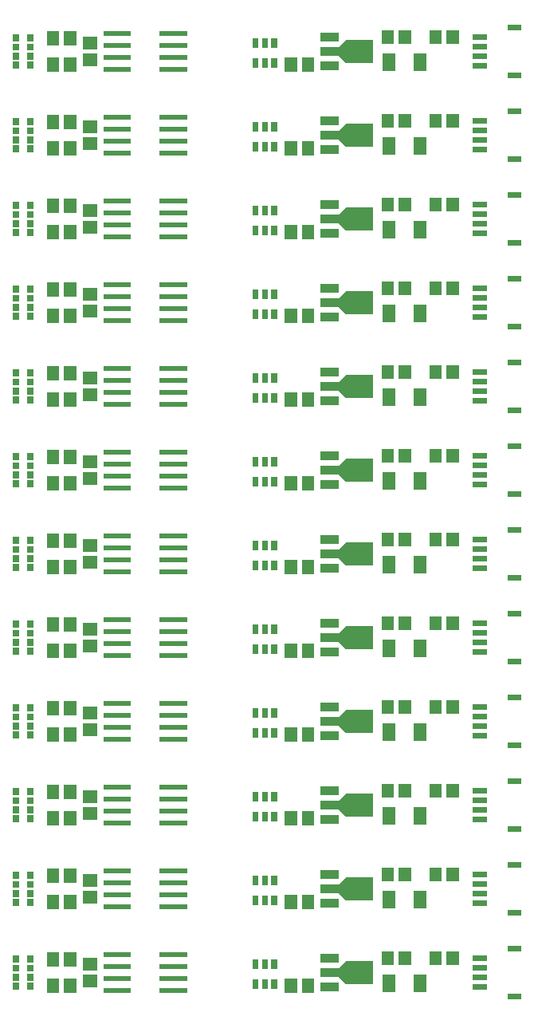
<source format=gbr>
G04 start of page 11 for group -4015 idx -4015 *
G04 Title: (unknown), toppaste *
G04 Creator: pcb 4.0.2 *
G04 CreationDate: Thu Feb  9 20:54:58 2023 UTC *
G04 For: petersen *
G04 Format: Gerber/RS-274X *
G04 PCB-Dimensions (mil): 3000.00 5500.00 *
G04 PCB-Coordinate-Origin: lower left *
%MOIN*%
%FSLAX25Y25*%
%LNTOPPASTE*%
%ADD52C,0.0001*%
G54D52*G36*
X228750Y466750D02*X223250D01*
Y459250D01*
X228750D01*
Y466750D01*
G37*
G36*
X215750D02*X210250D01*
Y459250D01*
X215750D01*
Y466750D01*
G37*
G36*
X85048Y466516D02*Y461398D01*
X90952D01*
Y466516D01*
X85048D01*
G37*
G36*
Y473602D02*Y468484D01*
X90952D01*
Y473602D01*
X85048D01*
G37*
G36*
X75016Y464952D02*X69898D01*
Y459048D01*
X75016D01*
Y464952D01*
G37*
G36*
X82102D02*X76984D01*
Y459048D01*
X82102D01*
Y464952D01*
G37*
G36*
X75016Y475952D02*X69898D01*
Y470048D01*
X75016D01*
Y475952D01*
G37*
G36*
X82102D02*X76984D01*
Y470048D01*
X82102D01*
Y475952D01*
G37*
G36*
X247949Y462775D02*Y460413D01*
X254051D01*
Y462775D01*
X247949D01*
G37*
G36*
Y466712D02*Y464350D01*
X254051D01*
Y466712D01*
X247949D01*
G37*
G36*
Y470650D02*Y468288D01*
X254051D01*
Y470650D01*
X247949D01*
G37*
G36*
Y474587D02*Y472225D01*
X254051D01*
Y474587D01*
X247949D01*
G37*
G36*
X262742Y458711D02*Y456211D01*
X268392D01*
Y458711D01*
X262742D01*
G37*
G36*
Y478789D02*Y476289D01*
X268392D01*
Y478789D01*
X262742D01*
G37*
G36*
X166100Y473000D02*X163700D01*
Y469000D01*
X166100D01*
Y473000D01*
G37*
G36*
X162200D02*X159800D01*
Y469000D01*
X162200D01*
Y473000D01*
G37*
G36*
X158300D02*X155900D01*
Y469000D01*
X158300D01*
Y473000D01*
G37*
G36*
Y464800D02*X155900D01*
Y460800D01*
X158300D01*
Y464800D01*
G37*
G36*
X162200D02*X159800D01*
Y460800D01*
X162200D01*
Y464800D01*
G37*
G36*
X166100D02*X163700D01*
Y460800D01*
X166100D01*
Y464800D01*
G37*
G36*
X184126Y475296D02*Y471516D01*
X192000D01*
Y475296D01*
X184126D01*
G37*
G36*
Y469390D02*Y465610D01*
X199716D01*
Y469390D01*
X184126D01*
G37*
G36*
X194835Y472225D02*Y462775D01*
X206175D01*
Y472225D01*
X194835D01*
G37*
G36*
X196255Y470805D02*X194835Y472225D01*
X191995Y469385D01*
X193415Y467965D01*
X196255Y470805D01*
G37*
G36*
X193415Y467035D02*X191995Y465615D01*
X194835Y462775D01*
X196255Y464195D01*
X193415Y467035D01*
G37*
G36*
X184126Y463484D02*Y459704D01*
X192000D01*
Y463484D01*
X184126D01*
G37*
G36*
X181602Y464952D02*X176484D01*
Y459048D01*
X181602D01*
Y464952D01*
G37*
G36*
X174516D02*X169398D01*
Y459048D01*
X174516D01*
Y464952D01*
G37*
G36*
X215016Y476452D02*X209898D01*
Y470548D01*
X215016D01*
Y476452D01*
G37*
G36*
X222102D02*X216984D01*
Y470548D01*
X222102D01*
Y476452D01*
G37*
G36*
X235016D02*X229898D01*
Y470548D01*
X235016D01*
Y476452D01*
G37*
G36*
X242102D02*X236984D01*
Y470548D01*
X242102D01*
Y476452D01*
G37*
G36*
X96500Y476000D02*Y474000D01*
X105000D01*
Y476000D01*
X96500D01*
G37*
G36*
Y471000D02*Y469000D01*
X105000D01*
Y471000D01*
X96500D01*
G37*
G36*
Y466000D02*Y464000D01*
X105000D01*
Y466000D01*
X96500D01*
G37*
G36*
Y461000D02*Y459000D01*
X105000D01*
Y461000D01*
X96500D01*
G37*
G36*
X117000D02*Y459000D01*
X125500D01*
Y461000D01*
X117000D01*
G37*
G36*
Y466000D02*Y464000D01*
X125500D01*
Y466000D01*
X117000D01*
G37*
G36*
Y471000D02*Y469000D01*
X125500D01*
Y471000D01*
X117000D01*
G37*
G36*
Y476000D02*Y474000D01*
X125500D01*
Y476000D01*
X117000D01*
G37*
G36*
X93500D02*Y474000D01*
X102000D01*
Y476000D01*
X93500D01*
G37*
G36*
Y471000D02*Y469000D01*
X102000D01*
Y471000D01*
X93500D01*
G37*
G36*
Y466000D02*Y464000D01*
X102000D01*
Y466000D01*
X93500D01*
G37*
G36*
Y461000D02*Y459000D01*
X102000D01*
Y461000D01*
X93500D01*
G37*
G36*
X120000D02*Y459000D01*
X128500D01*
Y461000D01*
X120000D01*
G37*
G36*
Y466000D02*Y464000D01*
X128500D01*
Y466000D01*
X120000D01*
G37*
G36*
Y471000D02*Y469000D01*
X128500D01*
Y471000D01*
X120000D01*
G37*
G36*
Y476000D02*Y474000D01*
X128500D01*
Y476000D01*
X120000D01*
G37*
G36*
X61574Y463190D02*Y460354D01*
X64410D01*
Y463190D01*
X61574D01*
G37*
G36*
Y467008D02*Y464173D01*
X64410D01*
Y467008D01*
X61574D01*
G37*
G36*
Y470827D02*Y467992D01*
X64410D01*
Y470827D01*
X61574D01*
G37*
G36*
Y474646D02*Y471810D01*
X64410D01*
Y474646D01*
X61574D01*
G37*
G36*
X55590D02*Y471810D01*
X58426D01*
Y474646D01*
X55590D01*
G37*
G36*
Y470827D02*Y467992D01*
X58426D01*
Y470827D01*
X55590D01*
G37*
G36*
Y467008D02*Y464173D01*
X58426D01*
Y467008D01*
X55590D01*
G37*
G36*
Y463190D02*Y460354D01*
X58426D01*
Y463190D01*
X55590D01*
G37*
G36*
X228750Y431750D02*X223250D01*
Y424250D01*
X228750D01*
Y431750D01*
G37*
G36*
X215750D02*X210250D01*
Y424250D01*
X215750D01*
Y431750D01*
G37*
G36*
X85048Y431516D02*Y426398D01*
X90952D01*
Y431516D01*
X85048D01*
G37*
G36*
Y438602D02*Y433484D01*
X90952D01*
Y438602D01*
X85048D01*
G37*
G36*
X75016Y429952D02*X69898D01*
Y424048D01*
X75016D01*
Y429952D01*
G37*
G36*
X82102D02*X76984D01*
Y424048D01*
X82102D01*
Y429952D01*
G37*
G36*
X75016Y440952D02*X69898D01*
Y435048D01*
X75016D01*
Y440952D01*
G37*
G36*
X82102D02*X76984D01*
Y435048D01*
X82102D01*
Y440952D01*
G37*
G36*
X247949Y427775D02*Y425413D01*
X254051D01*
Y427775D01*
X247949D01*
G37*
G36*
Y431712D02*Y429350D01*
X254051D01*
Y431712D01*
X247949D01*
G37*
G36*
Y435650D02*Y433288D01*
X254051D01*
Y435650D01*
X247949D01*
G37*
G36*
Y439587D02*Y437225D01*
X254051D01*
Y439587D01*
X247949D01*
G37*
G36*
X262742Y423711D02*Y421211D01*
X268392D01*
Y423711D01*
X262742D01*
G37*
G36*
Y443789D02*Y441289D01*
X268392D01*
Y443789D01*
X262742D01*
G37*
G36*
X166100Y438000D02*X163700D01*
Y434000D01*
X166100D01*
Y438000D01*
G37*
G36*
X162200D02*X159800D01*
Y434000D01*
X162200D01*
Y438000D01*
G37*
G36*
X158300D02*X155900D01*
Y434000D01*
X158300D01*
Y438000D01*
G37*
G36*
Y429800D02*X155900D01*
Y425800D01*
X158300D01*
Y429800D01*
G37*
G36*
X162200D02*X159800D01*
Y425800D01*
X162200D01*
Y429800D01*
G37*
G36*
X166100D02*X163700D01*
Y425800D01*
X166100D01*
Y429800D01*
G37*
G36*
X184126Y440296D02*Y436516D01*
X192000D01*
Y440296D01*
X184126D01*
G37*
G36*
Y434390D02*Y430610D01*
X199716D01*
Y434390D01*
X184126D01*
G37*
G36*
X194835Y437225D02*Y427775D01*
X206175D01*
Y437225D01*
X194835D01*
G37*
G36*
X196255Y435805D02*X194835Y437225D01*
X191995Y434385D01*
X193415Y432965D01*
X196255Y435805D01*
G37*
G36*
X193415Y432035D02*X191995Y430615D01*
X194835Y427775D01*
X196255Y429195D01*
X193415Y432035D01*
G37*
G36*
X184126Y428484D02*Y424704D01*
X192000D01*
Y428484D01*
X184126D01*
G37*
G36*
X181602Y429952D02*X176484D01*
Y424048D01*
X181602D01*
Y429952D01*
G37*
G36*
X174516D02*X169398D01*
Y424048D01*
X174516D01*
Y429952D01*
G37*
G36*
X215016Y441452D02*X209898D01*
Y435548D01*
X215016D01*
Y441452D01*
G37*
G36*
X222102D02*X216984D01*
Y435548D01*
X222102D01*
Y441452D01*
G37*
G36*
X235016D02*X229898D01*
Y435548D01*
X235016D01*
Y441452D01*
G37*
G36*
X242102D02*X236984D01*
Y435548D01*
X242102D01*
Y441452D01*
G37*
G36*
X96500Y441000D02*Y439000D01*
X105000D01*
Y441000D01*
X96500D01*
G37*
G36*
Y436000D02*Y434000D01*
X105000D01*
Y436000D01*
X96500D01*
G37*
G36*
Y431000D02*Y429000D01*
X105000D01*
Y431000D01*
X96500D01*
G37*
G36*
Y426000D02*Y424000D01*
X105000D01*
Y426000D01*
X96500D01*
G37*
G36*
X117000D02*Y424000D01*
X125500D01*
Y426000D01*
X117000D01*
G37*
G36*
Y431000D02*Y429000D01*
X125500D01*
Y431000D01*
X117000D01*
G37*
G36*
Y436000D02*Y434000D01*
X125500D01*
Y436000D01*
X117000D01*
G37*
G36*
Y441000D02*Y439000D01*
X125500D01*
Y441000D01*
X117000D01*
G37*
G36*
X93500D02*Y439000D01*
X102000D01*
Y441000D01*
X93500D01*
G37*
G36*
Y436000D02*Y434000D01*
X102000D01*
Y436000D01*
X93500D01*
G37*
G36*
Y431000D02*Y429000D01*
X102000D01*
Y431000D01*
X93500D01*
G37*
G36*
Y426000D02*Y424000D01*
X102000D01*
Y426000D01*
X93500D01*
G37*
G36*
X120000D02*Y424000D01*
X128500D01*
Y426000D01*
X120000D01*
G37*
G36*
Y431000D02*Y429000D01*
X128500D01*
Y431000D01*
X120000D01*
G37*
G36*
Y436000D02*Y434000D01*
X128500D01*
Y436000D01*
X120000D01*
G37*
G36*
Y441000D02*Y439000D01*
X128500D01*
Y441000D01*
X120000D01*
G37*
G36*
X61574Y428190D02*Y425354D01*
X64410D01*
Y428190D01*
X61574D01*
G37*
G36*
Y432008D02*Y429173D01*
X64410D01*
Y432008D01*
X61574D01*
G37*
G36*
Y435827D02*Y432992D01*
X64410D01*
Y435827D01*
X61574D01*
G37*
G36*
Y439646D02*Y436810D01*
X64410D01*
Y439646D01*
X61574D01*
G37*
G36*
X55590D02*Y436810D01*
X58426D01*
Y439646D01*
X55590D01*
G37*
G36*
Y435827D02*Y432992D01*
X58426D01*
Y435827D01*
X55590D01*
G37*
G36*
Y432008D02*Y429173D01*
X58426D01*
Y432008D01*
X55590D01*
G37*
G36*
Y428190D02*Y425354D01*
X58426D01*
Y428190D01*
X55590D01*
G37*
G36*
X228750Y396750D02*X223250D01*
Y389250D01*
X228750D01*
Y396750D01*
G37*
G36*
X215750D02*X210250D01*
Y389250D01*
X215750D01*
Y396750D01*
G37*
G36*
X85048Y396516D02*Y391398D01*
X90952D01*
Y396516D01*
X85048D01*
G37*
G36*
Y403602D02*Y398484D01*
X90952D01*
Y403602D01*
X85048D01*
G37*
G36*
X75016Y394952D02*X69898D01*
Y389048D01*
X75016D01*
Y394952D01*
G37*
G36*
X82102D02*X76984D01*
Y389048D01*
X82102D01*
Y394952D01*
G37*
G36*
X75016Y405952D02*X69898D01*
Y400048D01*
X75016D01*
Y405952D01*
G37*
G36*
X82102D02*X76984D01*
Y400048D01*
X82102D01*
Y405952D01*
G37*
G36*
X247949Y392775D02*Y390413D01*
X254051D01*
Y392775D01*
X247949D01*
G37*
G36*
Y396712D02*Y394350D01*
X254051D01*
Y396712D01*
X247949D01*
G37*
G36*
Y400650D02*Y398288D01*
X254051D01*
Y400650D01*
X247949D01*
G37*
G36*
Y404587D02*Y402225D01*
X254051D01*
Y404587D01*
X247949D01*
G37*
G36*
X262742Y388711D02*Y386211D01*
X268392D01*
Y388711D01*
X262742D01*
G37*
G36*
Y408789D02*Y406289D01*
X268392D01*
Y408789D01*
X262742D01*
G37*
G36*
X166100Y403000D02*X163700D01*
Y399000D01*
X166100D01*
Y403000D01*
G37*
G36*
X162200D02*X159800D01*
Y399000D01*
X162200D01*
Y403000D01*
G37*
G36*
X158300D02*X155900D01*
Y399000D01*
X158300D01*
Y403000D01*
G37*
G36*
Y394800D02*X155900D01*
Y390800D01*
X158300D01*
Y394800D01*
G37*
G36*
X162200D02*X159800D01*
Y390800D01*
X162200D01*
Y394800D01*
G37*
G36*
X166100D02*X163700D01*
Y390800D01*
X166100D01*
Y394800D01*
G37*
G36*
X184126Y405296D02*Y401516D01*
X192000D01*
Y405296D01*
X184126D01*
G37*
G36*
Y399390D02*Y395610D01*
X199716D01*
Y399390D01*
X184126D01*
G37*
G36*
X194835Y402225D02*Y392775D01*
X206175D01*
Y402225D01*
X194835D01*
G37*
G36*
X196255Y400805D02*X194835Y402225D01*
X191995Y399385D01*
X193415Y397965D01*
X196255Y400805D01*
G37*
G36*
X193415Y397035D02*X191995Y395615D01*
X194835Y392775D01*
X196255Y394195D01*
X193415Y397035D01*
G37*
G36*
X184126Y393484D02*Y389704D01*
X192000D01*
Y393484D01*
X184126D01*
G37*
G36*
X181602Y394952D02*X176484D01*
Y389048D01*
X181602D01*
Y394952D01*
G37*
G36*
X174516D02*X169398D01*
Y389048D01*
X174516D01*
Y394952D01*
G37*
G36*
X215016Y406452D02*X209898D01*
Y400548D01*
X215016D01*
Y406452D01*
G37*
G36*
X222102D02*X216984D01*
Y400548D01*
X222102D01*
Y406452D01*
G37*
G36*
X235016D02*X229898D01*
Y400548D01*
X235016D01*
Y406452D01*
G37*
G36*
X242102D02*X236984D01*
Y400548D01*
X242102D01*
Y406452D01*
G37*
G36*
X96500Y406000D02*Y404000D01*
X105000D01*
Y406000D01*
X96500D01*
G37*
G36*
Y401000D02*Y399000D01*
X105000D01*
Y401000D01*
X96500D01*
G37*
G36*
Y396000D02*Y394000D01*
X105000D01*
Y396000D01*
X96500D01*
G37*
G36*
Y391000D02*Y389000D01*
X105000D01*
Y391000D01*
X96500D01*
G37*
G36*
X117000D02*Y389000D01*
X125500D01*
Y391000D01*
X117000D01*
G37*
G36*
Y396000D02*Y394000D01*
X125500D01*
Y396000D01*
X117000D01*
G37*
G36*
Y401000D02*Y399000D01*
X125500D01*
Y401000D01*
X117000D01*
G37*
G36*
Y406000D02*Y404000D01*
X125500D01*
Y406000D01*
X117000D01*
G37*
G36*
X93500D02*Y404000D01*
X102000D01*
Y406000D01*
X93500D01*
G37*
G36*
Y401000D02*Y399000D01*
X102000D01*
Y401000D01*
X93500D01*
G37*
G36*
Y396000D02*Y394000D01*
X102000D01*
Y396000D01*
X93500D01*
G37*
G36*
Y391000D02*Y389000D01*
X102000D01*
Y391000D01*
X93500D01*
G37*
G36*
X120000D02*Y389000D01*
X128500D01*
Y391000D01*
X120000D01*
G37*
G36*
Y396000D02*Y394000D01*
X128500D01*
Y396000D01*
X120000D01*
G37*
G36*
Y401000D02*Y399000D01*
X128500D01*
Y401000D01*
X120000D01*
G37*
G36*
Y406000D02*Y404000D01*
X128500D01*
Y406000D01*
X120000D01*
G37*
G36*
X61574Y393190D02*Y390354D01*
X64410D01*
Y393190D01*
X61574D01*
G37*
G36*
Y397008D02*Y394174D01*
X64410D01*
Y397008D01*
X61574D01*
G37*
G36*
Y400826D02*Y397992D01*
X64410D01*
Y400826D01*
X61574D01*
G37*
G36*
Y404646D02*Y401810D01*
X64410D01*
Y404646D01*
X61574D01*
G37*
G36*
X55590D02*Y401810D01*
X58426D01*
Y404646D01*
X55590D01*
G37*
G36*
Y400826D02*Y397992D01*
X58426D01*
Y400826D01*
X55590D01*
G37*
G36*
Y397008D02*Y394174D01*
X58426D01*
Y397008D01*
X55590D01*
G37*
G36*
Y393190D02*Y390354D01*
X58426D01*
Y393190D01*
X55590D01*
G37*
G36*
X228750Y361750D02*X223250D01*
Y354250D01*
X228750D01*
Y361750D01*
G37*
G36*
X215750D02*X210250D01*
Y354250D01*
X215750D01*
Y361750D01*
G37*
G36*
X85048Y361516D02*Y356398D01*
X90952D01*
Y361516D01*
X85048D01*
G37*
G36*
Y368602D02*Y363484D01*
X90952D01*
Y368602D01*
X85048D01*
G37*
G36*
X75016Y359952D02*X69898D01*
Y354048D01*
X75016D01*
Y359952D01*
G37*
G36*
X82102D02*X76984D01*
Y354048D01*
X82102D01*
Y359952D01*
G37*
G36*
X75016Y370952D02*X69898D01*
Y365048D01*
X75016D01*
Y370952D01*
G37*
G36*
X82102D02*X76984D01*
Y365048D01*
X82102D01*
Y370952D01*
G37*
G36*
X247949Y357775D02*Y355413D01*
X254051D01*
Y357775D01*
X247949D01*
G37*
G36*
Y361712D02*Y359350D01*
X254051D01*
Y361712D01*
X247949D01*
G37*
G36*
Y365650D02*Y363288D01*
X254051D01*
Y365650D01*
X247949D01*
G37*
G36*
Y369587D02*Y367225D01*
X254051D01*
Y369587D01*
X247949D01*
G37*
G36*
X262742Y353711D02*Y351211D01*
X268392D01*
Y353711D01*
X262742D01*
G37*
G36*
Y373789D02*Y371289D01*
X268392D01*
Y373789D01*
X262742D01*
G37*
G36*
X166100Y368000D02*X163700D01*
Y364000D01*
X166100D01*
Y368000D01*
G37*
G36*
X162200D02*X159800D01*
Y364000D01*
X162200D01*
Y368000D01*
G37*
G36*
X158300D02*X155900D01*
Y364000D01*
X158300D01*
Y368000D01*
G37*
G36*
Y359800D02*X155900D01*
Y355800D01*
X158300D01*
Y359800D01*
G37*
G36*
X162200D02*X159800D01*
Y355800D01*
X162200D01*
Y359800D01*
G37*
G36*
X166100D02*X163700D01*
Y355800D01*
X166100D01*
Y359800D01*
G37*
G36*
X184126Y370296D02*Y366516D01*
X192000D01*
Y370296D01*
X184126D01*
G37*
G36*
Y364390D02*Y360610D01*
X199716D01*
Y364390D01*
X184126D01*
G37*
G36*
X194835Y367225D02*Y357775D01*
X206175D01*
Y367225D01*
X194835D01*
G37*
G36*
X196255Y365805D02*X194835Y367225D01*
X191995Y364385D01*
X193415Y362965D01*
X196255Y365805D01*
G37*
G36*
X193415Y362035D02*X191995Y360615D01*
X194835Y357775D01*
X196255Y359195D01*
X193415Y362035D01*
G37*
G36*
X184126Y358484D02*Y354704D01*
X192000D01*
Y358484D01*
X184126D01*
G37*
G36*
X181602Y359952D02*X176484D01*
Y354048D01*
X181602D01*
Y359952D01*
G37*
G36*
X174516D02*X169398D01*
Y354048D01*
X174516D01*
Y359952D01*
G37*
G36*
X215016Y371452D02*X209898D01*
Y365548D01*
X215016D01*
Y371452D01*
G37*
G36*
X222102D02*X216984D01*
Y365548D01*
X222102D01*
Y371452D01*
G37*
G36*
X235016D02*X229898D01*
Y365548D01*
X235016D01*
Y371452D01*
G37*
G36*
X242102D02*X236984D01*
Y365548D01*
X242102D01*
Y371452D01*
G37*
G36*
X96500Y371000D02*Y369000D01*
X105000D01*
Y371000D01*
X96500D01*
G37*
G36*
Y366000D02*Y364000D01*
X105000D01*
Y366000D01*
X96500D01*
G37*
G36*
Y361000D02*Y359000D01*
X105000D01*
Y361000D01*
X96500D01*
G37*
G36*
Y356000D02*Y354000D01*
X105000D01*
Y356000D01*
X96500D01*
G37*
G36*
X117000D02*Y354000D01*
X125500D01*
Y356000D01*
X117000D01*
G37*
G36*
Y361000D02*Y359000D01*
X125500D01*
Y361000D01*
X117000D01*
G37*
G36*
Y366000D02*Y364000D01*
X125500D01*
Y366000D01*
X117000D01*
G37*
G36*
Y371000D02*Y369000D01*
X125500D01*
Y371000D01*
X117000D01*
G37*
G36*
X93500D02*Y369000D01*
X102000D01*
Y371000D01*
X93500D01*
G37*
G36*
Y366000D02*Y364000D01*
X102000D01*
Y366000D01*
X93500D01*
G37*
G36*
Y361000D02*Y359000D01*
X102000D01*
Y361000D01*
X93500D01*
G37*
G36*
Y356000D02*Y354000D01*
X102000D01*
Y356000D01*
X93500D01*
G37*
G36*
X120000D02*Y354000D01*
X128500D01*
Y356000D01*
X120000D01*
G37*
G36*
Y361000D02*Y359000D01*
X128500D01*
Y361000D01*
X120000D01*
G37*
G36*
Y366000D02*Y364000D01*
X128500D01*
Y366000D01*
X120000D01*
G37*
G36*
Y371000D02*Y369000D01*
X128500D01*
Y371000D01*
X120000D01*
G37*
G36*
X61574Y358190D02*Y355354D01*
X64410D01*
Y358190D01*
X61574D01*
G37*
G36*
Y362008D02*Y359174D01*
X64410D01*
Y362008D01*
X61574D01*
G37*
G36*
Y365826D02*Y362992D01*
X64410D01*
Y365826D01*
X61574D01*
G37*
G36*
Y369646D02*Y366810D01*
X64410D01*
Y369646D01*
X61574D01*
G37*
G36*
X55590D02*Y366810D01*
X58426D01*
Y369646D01*
X55590D01*
G37*
G36*
Y365826D02*Y362992D01*
X58426D01*
Y365826D01*
X55590D01*
G37*
G36*
Y362008D02*Y359174D01*
X58426D01*
Y362008D01*
X55590D01*
G37*
G36*
Y358190D02*Y355354D01*
X58426D01*
Y358190D01*
X55590D01*
G37*
G36*
X228750Y326750D02*X223250D01*
Y319250D01*
X228750D01*
Y326750D01*
G37*
G36*
X215750D02*X210250D01*
Y319250D01*
X215750D01*
Y326750D01*
G37*
G36*
X85048Y326516D02*Y321398D01*
X90952D01*
Y326516D01*
X85048D01*
G37*
G36*
Y333602D02*Y328484D01*
X90952D01*
Y333602D01*
X85048D01*
G37*
G36*
X75016Y324952D02*X69898D01*
Y319048D01*
X75016D01*
Y324952D01*
G37*
G36*
X82102D02*X76984D01*
Y319048D01*
X82102D01*
Y324952D01*
G37*
G36*
X75016Y335952D02*X69898D01*
Y330048D01*
X75016D01*
Y335952D01*
G37*
G36*
X82102D02*X76984D01*
Y330048D01*
X82102D01*
Y335952D01*
G37*
G36*
X247949Y322775D02*Y320413D01*
X254051D01*
Y322775D01*
X247949D01*
G37*
G36*
Y326712D02*Y324350D01*
X254051D01*
Y326712D01*
X247949D01*
G37*
G36*
Y330650D02*Y328288D01*
X254051D01*
Y330650D01*
X247949D01*
G37*
G36*
Y334587D02*Y332225D01*
X254051D01*
Y334587D01*
X247949D01*
G37*
G36*
X262742Y318711D02*Y316211D01*
X268392D01*
Y318711D01*
X262742D01*
G37*
G36*
Y338789D02*Y336289D01*
X268392D01*
Y338789D01*
X262742D01*
G37*
G36*
X166100Y333000D02*X163700D01*
Y329000D01*
X166100D01*
Y333000D01*
G37*
G36*
X162200D02*X159800D01*
Y329000D01*
X162200D01*
Y333000D01*
G37*
G36*
X158300D02*X155900D01*
Y329000D01*
X158300D01*
Y333000D01*
G37*
G36*
Y324800D02*X155900D01*
Y320800D01*
X158300D01*
Y324800D01*
G37*
G36*
X162200D02*X159800D01*
Y320800D01*
X162200D01*
Y324800D01*
G37*
G36*
X166100D02*X163700D01*
Y320800D01*
X166100D01*
Y324800D01*
G37*
G36*
X184126Y335296D02*Y331516D01*
X192000D01*
Y335296D01*
X184126D01*
G37*
G36*
Y329390D02*Y325610D01*
X199716D01*
Y329390D01*
X184126D01*
G37*
G36*
X194835Y332225D02*Y322775D01*
X206175D01*
Y332225D01*
X194835D01*
G37*
G36*
X196255Y330805D02*X194835Y332225D01*
X191995Y329385D01*
X193415Y327965D01*
X196255Y330805D01*
G37*
G36*
X193415Y327035D02*X191995Y325615D01*
X194835Y322775D01*
X196255Y324195D01*
X193415Y327035D01*
G37*
G36*
X184126Y323484D02*Y319704D01*
X192000D01*
Y323484D01*
X184126D01*
G37*
G36*
X181602Y324952D02*X176484D01*
Y319048D01*
X181602D01*
Y324952D01*
G37*
G36*
X174516D02*X169398D01*
Y319048D01*
X174516D01*
Y324952D01*
G37*
G36*
X215016Y336452D02*X209898D01*
Y330548D01*
X215016D01*
Y336452D01*
G37*
G36*
X222102D02*X216984D01*
Y330548D01*
X222102D01*
Y336452D01*
G37*
G36*
X235016D02*X229898D01*
Y330548D01*
X235016D01*
Y336452D01*
G37*
G36*
X242102D02*X236984D01*
Y330548D01*
X242102D01*
Y336452D01*
G37*
G36*
X96500Y336000D02*Y334000D01*
X105000D01*
Y336000D01*
X96500D01*
G37*
G36*
Y331000D02*Y329000D01*
X105000D01*
Y331000D01*
X96500D01*
G37*
G36*
Y326000D02*Y324000D01*
X105000D01*
Y326000D01*
X96500D01*
G37*
G36*
Y321000D02*Y319000D01*
X105000D01*
Y321000D01*
X96500D01*
G37*
G36*
X117000D02*Y319000D01*
X125500D01*
Y321000D01*
X117000D01*
G37*
G36*
Y326000D02*Y324000D01*
X125500D01*
Y326000D01*
X117000D01*
G37*
G36*
Y331000D02*Y329000D01*
X125500D01*
Y331000D01*
X117000D01*
G37*
G36*
Y336000D02*Y334000D01*
X125500D01*
Y336000D01*
X117000D01*
G37*
G36*
X93500D02*Y334000D01*
X102000D01*
Y336000D01*
X93500D01*
G37*
G36*
Y331000D02*Y329000D01*
X102000D01*
Y331000D01*
X93500D01*
G37*
G36*
Y326000D02*Y324000D01*
X102000D01*
Y326000D01*
X93500D01*
G37*
G36*
Y321000D02*Y319000D01*
X102000D01*
Y321000D01*
X93500D01*
G37*
G36*
X120000D02*Y319000D01*
X128500D01*
Y321000D01*
X120000D01*
G37*
G36*
Y326000D02*Y324000D01*
X128500D01*
Y326000D01*
X120000D01*
G37*
G36*
Y331000D02*Y329000D01*
X128500D01*
Y331000D01*
X120000D01*
G37*
G36*
Y336000D02*Y334000D01*
X128500D01*
Y336000D01*
X120000D01*
G37*
G36*
X61574Y323190D02*Y320354D01*
X64410D01*
Y323190D01*
X61574D01*
G37*
G36*
Y327008D02*Y324174D01*
X64410D01*
Y327008D01*
X61574D01*
G37*
G36*
Y330826D02*Y327992D01*
X64410D01*
Y330826D01*
X61574D01*
G37*
G36*
Y334646D02*Y331810D01*
X64410D01*
Y334646D01*
X61574D01*
G37*
G36*
X55590D02*Y331810D01*
X58426D01*
Y334646D01*
X55590D01*
G37*
G36*
Y330826D02*Y327992D01*
X58426D01*
Y330826D01*
X55590D01*
G37*
G36*
Y327008D02*Y324174D01*
X58426D01*
Y327008D01*
X55590D01*
G37*
G36*
Y323190D02*Y320354D01*
X58426D01*
Y323190D01*
X55590D01*
G37*
G36*
X228750Y291750D02*X223250D01*
Y284250D01*
X228750D01*
Y291750D01*
G37*
G36*
X215750D02*X210250D01*
Y284250D01*
X215750D01*
Y291750D01*
G37*
G36*
X85048Y291516D02*Y286398D01*
X90952D01*
Y291516D01*
X85048D01*
G37*
G36*
Y298602D02*Y293484D01*
X90952D01*
Y298602D01*
X85048D01*
G37*
G36*
X75016Y289952D02*X69898D01*
Y284048D01*
X75016D01*
Y289952D01*
G37*
G36*
X82102D02*X76984D01*
Y284048D01*
X82102D01*
Y289952D01*
G37*
G36*
X75016Y300952D02*X69898D01*
Y295048D01*
X75016D01*
Y300952D01*
G37*
G36*
X82102D02*X76984D01*
Y295048D01*
X82102D01*
Y300952D01*
G37*
G36*
X247949Y287775D02*Y285413D01*
X254051D01*
Y287775D01*
X247949D01*
G37*
G36*
Y291712D02*Y289350D01*
X254051D01*
Y291712D01*
X247949D01*
G37*
G36*
Y295650D02*Y293288D01*
X254051D01*
Y295650D01*
X247949D01*
G37*
G36*
Y299587D02*Y297225D01*
X254051D01*
Y299587D01*
X247949D01*
G37*
G36*
X262742Y283711D02*Y281211D01*
X268392D01*
Y283711D01*
X262742D01*
G37*
G36*
Y303789D02*Y301289D01*
X268392D01*
Y303789D01*
X262742D01*
G37*
G36*
X166100Y298000D02*X163700D01*
Y294000D01*
X166100D01*
Y298000D01*
G37*
G36*
X162200D02*X159800D01*
Y294000D01*
X162200D01*
Y298000D01*
G37*
G36*
X158300D02*X155900D01*
Y294000D01*
X158300D01*
Y298000D01*
G37*
G36*
Y289800D02*X155900D01*
Y285800D01*
X158300D01*
Y289800D01*
G37*
G36*
X162200D02*X159800D01*
Y285800D01*
X162200D01*
Y289800D01*
G37*
G36*
X166100D02*X163700D01*
Y285800D01*
X166100D01*
Y289800D01*
G37*
G36*
X184126Y300296D02*Y296516D01*
X192000D01*
Y300296D01*
X184126D01*
G37*
G36*
Y294390D02*Y290610D01*
X199716D01*
Y294390D01*
X184126D01*
G37*
G36*
X194835Y297225D02*Y287775D01*
X206175D01*
Y297225D01*
X194835D01*
G37*
G36*
X196255Y295805D02*X194835Y297225D01*
X191995Y294385D01*
X193415Y292965D01*
X196255Y295805D01*
G37*
G36*
X193415Y292035D02*X191995Y290615D01*
X194835Y287775D01*
X196255Y289195D01*
X193415Y292035D01*
G37*
G36*
X184126Y288484D02*Y284704D01*
X192000D01*
Y288484D01*
X184126D01*
G37*
G36*
X181602Y289952D02*X176484D01*
Y284048D01*
X181602D01*
Y289952D01*
G37*
G36*
X174516D02*X169398D01*
Y284048D01*
X174516D01*
Y289952D01*
G37*
G36*
X215016Y301452D02*X209898D01*
Y295548D01*
X215016D01*
Y301452D01*
G37*
G36*
X222102D02*X216984D01*
Y295548D01*
X222102D01*
Y301452D01*
G37*
G36*
X235016D02*X229898D01*
Y295548D01*
X235016D01*
Y301452D01*
G37*
G36*
X242102D02*X236984D01*
Y295548D01*
X242102D01*
Y301452D01*
G37*
G36*
X96500Y301000D02*Y299000D01*
X105000D01*
Y301000D01*
X96500D01*
G37*
G36*
Y296000D02*Y294000D01*
X105000D01*
Y296000D01*
X96500D01*
G37*
G36*
Y291000D02*Y289000D01*
X105000D01*
Y291000D01*
X96500D01*
G37*
G36*
Y286000D02*Y284000D01*
X105000D01*
Y286000D01*
X96500D01*
G37*
G36*
X117000D02*Y284000D01*
X125500D01*
Y286000D01*
X117000D01*
G37*
G36*
Y291000D02*Y289000D01*
X125500D01*
Y291000D01*
X117000D01*
G37*
G36*
Y296000D02*Y294000D01*
X125500D01*
Y296000D01*
X117000D01*
G37*
G36*
Y301000D02*Y299000D01*
X125500D01*
Y301000D01*
X117000D01*
G37*
G36*
X93500D02*Y299000D01*
X102000D01*
Y301000D01*
X93500D01*
G37*
G36*
Y296000D02*Y294000D01*
X102000D01*
Y296000D01*
X93500D01*
G37*
G36*
Y291000D02*Y289000D01*
X102000D01*
Y291000D01*
X93500D01*
G37*
G36*
Y286000D02*Y284000D01*
X102000D01*
Y286000D01*
X93500D01*
G37*
G36*
X120000D02*Y284000D01*
X128500D01*
Y286000D01*
X120000D01*
G37*
G36*
Y291000D02*Y289000D01*
X128500D01*
Y291000D01*
X120000D01*
G37*
G36*
Y296000D02*Y294000D01*
X128500D01*
Y296000D01*
X120000D01*
G37*
G36*
Y301000D02*Y299000D01*
X128500D01*
Y301000D01*
X120000D01*
G37*
G36*
X61574Y288190D02*Y285354D01*
X64410D01*
Y288190D01*
X61574D01*
G37*
G36*
Y292008D02*Y289174D01*
X64410D01*
Y292008D01*
X61574D01*
G37*
G36*
Y295826D02*Y292992D01*
X64410D01*
Y295826D01*
X61574D01*
G37*
G36*
Y299646D02*Y296810D01*
X64410D01*
Y299646D01*
X61574D01*
G37*
G36*
X55590D02*Y296810D01*
X58426D01*
Y299646D01*
X55590D01*
G37*
G36*
Y295826D02*Y292992D01*
X58426D01*
Y295826D01*
X55590D01*
G37*
G36*
Y292008D02*Y289174D01*
X58426D01*
Y292008D01*
X55590D01*
G37*
G36*
Y288190D02*Y285354D01*
X58426D01*
Y288190D01*
X55590D01*
G37*
G36*
X228750Y256750D02*X223250D01*
Y249250D01*
X228750D01*
Y256750D01*
G37*
G36*
X215750D02*X210250D01*
Y249250D01*
X215750D01*
Y256750D01*
G37*
G36*
X85048Y256516D02*Y251398D01*
X90952D01*
Y256516D01*
X85048D01*
G37*
G36*
Y263602D02*Y258484D01*
X90952D01*
Y263602D01*
X85048D01*
G37*
G36*
X75016Y254952D02*X69898D01*
Y249048D01*
X75016D01*
Y254952D01*
G37*
G36*
X82102D02*X76984D01*
Y249048D01*
X82102D01*
Y254952D01*
G37*
G36*
X75016Y265952D02*X69898D01*
Y260048D01*
X75016D01*
Y265952D01*
G37*
G36*
X82102D02*X76984D01*
Y260048D01*
X82102D01*
Y265952D01*
G37*
G36*
X247949Y252775D02*Y250413D01*
X254051D01*
Y252775D01*
X247949D01*
G37*
G36*
Y256712D02*Y254350D01*
X254051D01*
Y256712D01*
X247949D01*
G37*
G36*
Y260650D02*Y258288D01*
X254051D01*
Y260650D01*
X247949D01*
G37*
G36*
Y264587D02*Y262225D01*
X254051D01*
Y264587D01*
X247949D01*
G37*
G36*
X262742Y248711D02*Y246211D01*
X268392D01*
Y248711D01*
X262742D01*
G37*
G36*
Y268789D02*Y266289D01*
X268392D01*
Y268789D01*
X262742D01*
G37*
G36*
X166100Y263000D02*X163700D01*
Y259000D01*
X166100D01*
Y263000D01*
G37*
G36*
X162200D02*X159800D01*
Y259000D01*
X162200D01*
Y263000D01*
G37*
G36*
X158300D02*X155900D01*
Y259000D01*
X158300D01*
Y263000D01*
G37*
G36*
Y254800D02*X155900D01*
Y250800D01*
X158300D01*
Y254800D01*
G37*
G36*
X162200D02*X159800D01*
Y250800D01*
X162200D01*
Y254800D01*
G37*
G36*
X166100D02*X163700D01*
Y250800D01*
X166100D01*
Y254800D01*
G37*
G36*
X184126Y265296D02*Y261516D01*
X192000D01*
Y265296D01*
X184126D01*
G37*
G36*
Y259390D02*Y255610D01*
X199716D01*
Y259390D01*
X184126D01*
G37*
G36*
X194835Y262225D02*Y252775D01*
X206175D01*
Y262225D01*
X194835D01*
G37*
G36*
X196255Y260805D02*X194835Y262225D01*
X191995Y259385D01*
X193415Y257965D01*
X196255Y260805D01*
G37*
G36*
X193415Y257035D02*X191995Y255615D01*
X194835Y252775D01*
X196255Y254195D01*
X193415Y257035D01*
G37*
G36*
X184126Y253484D02*Y249704D01*
X192000D01*
Y253484D01*
X184126D01*
G37*
G36*
X181602Y254952D02*X176484D01*
Y249048D01*
X181602D01*
Y254952D01*
G37*
G36*
X174516D02*X169398D01*
Y249048D01*
X174516D01*
Y254952D01*
G37*
G36*
X215016Y266452D02*X209898D01*
Y260548D01*
X215016D01*
Y266452D01*
G37*
G36*
X222102D02*X216984D01*
Y260548D01*
X222102D01*
Y266452D01*
G37*
G36*
X235016D02*X229898D01*
Y260548D01*
X235016D01*
Y266452D01*
G37*
G36*
X242102D02*X236984D01*
Y260548D01*
X242102D01*
Y266452D01*
G37*
G36*
X96500Y266000D02*Y264000D01*
X105000D01*
Y266000D01*
X96500D01*
G37*
G36*
Y261000D02*Y259000D01*
X105000D01*
Y261000D01*
X96500D01*
G37*
G36*
Y256000D02*Y254000D01*
X105000D01*
Y256000D01*
X96500D01*
G37*
G36*
Y251000D02*Y249000D01*
X105000D01*
Y251000D01*
X96500D01*
G37*
G36*
X117000D02*Y249000D01*
X125500D01*
Y251000D01*
X117000D01*
G37*
G36*
Y256000D02*Y254000D01*
X125500D01*
Y256000D01*
X117000D01*
G37*
G36*
Y261000D02*Y259000D01*
X125500D01*
Y261000D01*
X117000D01*
G37*
G36*
Y266000D02*Y264000D01*
X125500D01*
Y266000D01*
X117000D01*
G37*
G36*
X93500D02*Y264000D01*
X102000D01*
Y266000D01*
X93500D01*
G37*
G36*
Y261000D02*Y259000D01*
X102000D01*
Y261000D01*
X93500D01*
G37*
G36*
Y256000D02*Y254000D01*
X102000D01*
Y256000D01*
X93500D01*
G37*
G36*
Y251000D02*Y249000D01*
X102000D01*
Y251000D01*
X93500D01*
G37*
G36*
X120000D02*Y249000D01*
X128500D01*
Y251000D01*
X120000D01*
G37*
G36*
Y256000D02*Y254000D01*
X128500D01*
Y256000D01*
X120000D01*
G37*
G36*
Y261000D02*Y259000D01*
X128500D01*
Y261000D01*
X120000D01*
G37*
G36*
Y266000D02*Y264000D01*
X128500D01*
Y266000D01*
X120000D01*
G37*
G36*
X61574Y253190D02*Y250354D01*
X64410D01*
Y253190D01*
X61574D01*
G37*
G36*
Y257008D02*Y254174D01*
X64410D01*
Y257008D01*
X61574D01*
G37*
G36*
Y260826D02*Y257992D01*
X64410D01*
Y260826D01*
X61574D01*
G37*
G36*
Y264646D02*Y261810D01*
X64410D01*
Y264646D01*
X61574D01*
G37*
G36*
X55590D02*Y261810D01*
X58426D01*
Y264646D01*
X55590D01*
G37*
G36*
Y260826D02*Y257992D01*
X58426D01*
Y260826D01*
X55590D01*
G37*
G36*
Y257008D02*Y254174D01*
X58426D01*
Y257008D01*
X55590D01*
G37*
G36*
Y253190D02*Y250354D01*
X58426D01*
Y253190D01*
X55590D01*
G37*
G36*
X228750Y221750D02*X223250D01*
Y214250D01*
X228750D01*
Y221750D01*
G37*
G36*
X215750D02*X210250D01*
Y214250D01*
X215750D01*
Y221750D01*
G37*
G36*
X85048Y221516D02*Y216398D01*
X90952D01*
Y221516D01*
X85048D01*
G37*
G36*
Y228602D02*Y223484D01*
X90952D01*
Y228602D01*
X85048D01*
G37*
G36*
X75016Y219952D02*X69898D01*
Y214048D01*
X75016D01*
Y219952D01*
G37*
G36*
X82102D02*X76984D01*
Y214048D01*
X82102D01*
Y219952D01*
G37*
G36*
X75016Y230952D02*X69898D01*
Y225048D01*
X75016D01*
Y230952D01*
G37*
G36*
X82102D02*X76984D01*
Y225048D01*
X82102D01*
Y230952D01*
G37*
G36*
X247949Y217775D02*Y215413D01*
X254051D01*
Y217775D01*
X247949D01*
G37*
G36*
Y221712D02*Y219350D01*
X254051D01*
Y221712D01*
X247949D01*
G37*
G36*
Y225650D02*Y223288D01*
X254051D01*
Y225650D01*
X247949D01*
G37*
G36*
Y229587D02*Y227225D01*
X254051D01*
Y229587D01*
X247949D01*
G37*
G36*
X262742Y213711D02*Y211211D01*
X268392D01*
Y213711D01*
X262742D01*
G37*
G36*
Y233789D02*Y231289D01*
X268392D01*
Y233789D01*
X262742D01*
G37*
G36*
X166100Y228000D02*X163700D01*
Y224000D01*
X166100D01*
Y228000D01*
G37*
G36*
X162200D02*X159800D01*
Y224000D01*
X162200D01*
Y228000D01*
G37*
G36*
X158300D02*X155900D01*
Y224000D01*
X158300D01*
Y228000D01*
G37*
G36*
Y219800D02*X155900D01*
Y215800D01*
X158300D01*
Y219800D01*
G37*
G36*
X162200D02*X159800D01*
Y215800D01*
X162200D01*
Y219800D01*
G37*
G36*
X166100D02*X163700D01*
Y215800D01*
X166100D01*
Y219800D01*
G37*
G36*
X184126Y230296D02*Y226516D01*
X192000D01*
Y230296D01*
X184126D01*
G37*
G36*
Y224390D02*Y220610D01*
X199716D01*
Y224390D01*
X184126D01*
G37*
G36*
X194835Y227225D02*Y217775D01*
X206175D01*
Y227225D01*
X194835D01*
G37*
G36*
X196255Y225805D02*X194835Y227225D01*
X191995Y224385D01*
X193415Y222965D01*
X196255Y225805D01*
G37*
G36*
X193415Y222035D02*X191995Y220615D01*
X194835Y217775D01*
X196255Y219195D01*
X193415Y222035D01*
G37*
G36*
X184126Y218484D02*Y214704D01*
X192000D01*
Y218484D01*
X184126D01*
G37*
G36*
X181602Y219952D02*X176484D01*
Y214048D01*
X181602D01*
Y219952D01*
G37*
G36*
X174516D02*X169398D01*
Y214048D01*
X174516D01*
Y219952D01*
G37*
G36*
X215016Y231452D02*X209898D01*
Y225548D01*
X215016D01*
Y231452D01*
G37*
G36*
X222102D02*X216984D01*
Y225548D01*
X222102D01*
Y231452D01*
G37*
G36*
X235016D02*X229898D01*
Y225548D01*
X235016D01*
Y231452D01*
G37*
G36*
X242102D02*X236984D01*
Y225548D01*
X242102D01*
Y231452D01*
G37*
G36*
X96500Y231000D02*Y229000D01*
X105000D01*
Y231000D01*
X96500D01*
G37*
G36*
Y226000D02*Y224000D01*
X105000D01*
Y226000D01*
X96500D01*
G37*
G36*
Y221000D02*Y219000D01*
X105000D01*
Y221000D01*
X96500D01*
G37*
G36*
Y216000D02*Y214000D01*
X105000D01*
Y216000D01*
X96500D01*
G37*
G36*
X117000D02*Y214000D01*
X125500D01*
Y216000D01*
X117000D01*
G37*
G36*
Y221000D02*Y219000D01*
X125500D01*
Y221000D01*
X117000D01*
G37*
G36*
Y226000D02*Y224000D01*
X125500D01*
Y226000D01*
X117000D01*
G37*
G36*
Y231000D02*Y229000D01*
X125500D01*
Y231000D01*
X117000D01*
G37*
G36*
X93500D02*Y229000D01*
X102000D01*
Y231000D01*
X93500D01*
G37*
G36*
Y226000D02*Y224000D01*
X102000D01*
Y226000D01*
X93500D01*
G37*
G36*
Y221000D02*Y219000D01*
X102000D01*
Y221000D01*
X93500D01*
G37*
G36*
Y216000D02*Y214000D01*
X102000D01*
Y216000D01*
X93500D01*
G37*
G36*
X120000D02*Y214000D01*
X128500D01*
Y216000D01*
X120000D01*
G37*
G36*
Y221000D02*Y219000D01*
X128500D01*
Y221000D01*
X120000D01*
G37*
G36*
Y226000D02*Y224000D01*
X128500D01*
Y226000D01*
X120000D01*
G37*
G36*
Y231000D02*Y229000D01*
X128500D01*
Y231000D01*
X120000D01*
G37*
G36*
X61574Y218190D02*Y215354D01*
X64410D01*
Y218190D01*
X61574D01*
G37*
G36*
Y222008D02*Y219174D01*
X64410D01*
Y222008D01*
X61574D01*
G37*
G36*
Y225826D02*Y222992D01*
X64410D01*
Y225826D01*
X61574D01*
G37*
G36*
Y229646D02*Y226810D01*
X64410D01*
Y229646D01*
X61574D01*
G37*
G36*
X55590D02*Y226810D01*
X58426D01*
Y229646D01*
X55590D01*
G37*
G36*
Y225826D02*Y222992D01*
X58426D01*
Y225826D01*
X55590D01*
G37*
G36*
Y222008D02*Y219174D01*
X58426D01*
Y222008D01*
X55590D01*
G37*
G36*
Y218190D02*Y215354D01*
X58426D01*
Y218190D01*
X55590D01*
G37*
G36*
X228750Y186750D02*X223250D01*
Y179250D01*
X228750D01*
Y186750D01*
G37*
G36*
X215750D02*X210250D01*
Y179250D01*
X215750D01*
Y186750D01*
G37*
G36*
X85048Y186516D02*Y181398D01*
X90952D01*
Y186516D01*
X85048D01*
G37*
G36*
Y193602D02*Y188484D01*
X90952D01*
Y193602D01*
X85048D01*
G37*
G36*
X75016Y184952D02*X69898D01*
Y179048D01*
X75016D01*
Y184952D01*
G37*
G36*
X82102D02*X76984D01*
Y179048D01*
X82102D01*
Y184952D01*
G37*
G36*
X75016Y195952D02*X69898D01*
Y190048D01*
X75016D01*
Y195952D01*
G37*
G36*
X82102D02*X76984D01*
Y190048D01*
X82102D01*
Y195952D01*
G37*
G36*
X247949Y182775D02*Y180413D01*
X254051D01*
Y182775D01*
X247949D01*
G37*
G36*
Y186712D02*Y184350D01*
X254051D01*
Y186712D01*
X247949D01*
G37*
G36*
Y190650D02*Y188288D01*
X254051D01*
Y190650D01*
X247949D01*
G37*
G36*
Y194587D02*Y192225D01*
X254051D01*
Y194587D01*
X247949D01*
G37*
G36*
X262742Y178711D02*Y176211D01*
X268392D01*
Y178711D01*
X262742D01*
G37*
G36*
Y198789D02*Y196289D01*
X268392D01*
Y198789D01*
X262742D01*
G37*
G36*
X166100Y193000D02*X163700D01*
Y189000D01*
X166100D01*
Y193000D01*
G37*
G36*
X162200D02*X159800D01*
Y189000D01*
X162200D01*
Y193000D01*
G37*
G36*
X158300D02*X155900D01*
Y189000D01*
X158300D01*
Y193000D01*
G37*
G36*
Y184800D02*X155900D01*
Y180800D01*
X158300D01*
Y184800D01*
G37*
G36*
X162200D02*X159800D01*
Y180800D01*
X162200D01*
Y184800D01*
G37*
G36*
X166100D02*X163700D01*
Y180800D01*
X166100D01*
Y184800D01*
G37*
G36*
X184126Y195296D02*Y191516D01*
X192000D01*
Y195296D01*
X184126D01*
G37*
G36*
Y189390D02*Y185610D01*
X199716D01*
Y189390D01*
X184126D01*
G37*
G36*
X194835Y192225D02*Y182775D01*
X206175D01*
Y192225D01*
X194835D01*
G37*
G36*
X196255Y190805D02*X194835Y192225D01*
X191995Y189385D01*
X193415Y187965D01*
X196255Y190805D01*
G37*
G36*
X193415Y187035D02*X191995Y185615D01*
X194835Y182775D01*
X196255Y184195D01*
X193415Y187035D01*
G37*
G36*
X184126Y183484D02*Y179704D01*
X192000D01*
Y183484D01*
X184126D01*
G37*
G36*
X181602Y184952D02*X176484D01*
Y179048D01*
X181602D01*
Y184952D01*
G37*
G36*
X174516D02*X169398D01*
Y179048D01*
X174516D01*
Y184952D01*
G37*
G36*
X215016Y196452D02*X209898D01*
Y190548D01*
X215016D01*
Y196452D01*
G37*
G36*
X222102D02*X216984D01*
Y190548D01*
X222102D01*
Y196452D01*
G37*
G36*
X235016D02*X229898D01*
Y190548D01*
X235016D01*
Y196452D01*
G37*
G36*
X242102D02*X236984D01*
Y190548D01*
X242102D01*
Y196452D01*
G37*
G36*
X96500Y196000D02*Y194000D01*
X105000D01*
Y196000D01*
X96500D01*
G37*
G36*
Y191000D02*Y189000D01*
X105000D01*
Y191000D01*
X96500D01*
G37*
G36*
Y186000D02*Y184000D01*
X105000D01*
Y186000D01*
X96500D01*
G37*
G36*
Y181000D02*Y179000D01*
X105000D01*
Y181000D01*
X96500D01*
G37*
G36*
X117000D02*Y179000D01*
X125500D01*
Y181000D01*
X117000D01*
G37*
G36*
Y186000D02*Y184000D01*
X125500D01*
Y186000D01*
X117000D01*
G37*
G36*
Y191000D02*Y189000D01*
X125500D01*
Y191000D01*
X117000D01*
G37*
G36*
Y196000D02*Y194000D01*
X125500D01*
Y196000D01*
X117000D01*
G37*
G36*
X93500D02*Y194000D01*
X102000D01*
Y196000D01*
X93500D01*
G37*
G36*
Y191000D02*Y189000D01*
X102000D01*
Y191000D01*
X93500D01*
G37*
G36*
Y186000D02*Y184000D01*
X102000D01*
Y186000D01*
X93500D01*
G37*
G36*
Y181000D02*Y179000D01*
X102000D01*
Y181000D01*
X93500D01*
G37*
G36*
X120000D02*Y179000D01*
X128500D01*
Y181000D01*
X120000D01*
G37*
G36*
Y186000D02*Y184000D01*
X128500D01*
Y186000D01*
X120000D01*
G37*
G36*
Y191000D02*Y189000D01*
X128500D01*
Y191000D01*
X120000D01*
G37*
G36*
Y196000D02*Y194000D01*
X128500D01*
Y196000D01*
X120000D01*
G37*
G36*
X61574Y183190D02*Y180354D01*
X64410D01*
Y183190D01*
X61574D01*
G37*
G36*
Y187008D02*Y184174D01*
X64410D01*
Y187008D01*
X61574D01*
G37*
G36*
Y190826D02*Y187992D01*
X64410D01*
Y190826D01*
X61574D01*
G37*
G36*
Y194646D02*Y191810D01*
X64410D01*
Y194646D01*
X61574D01*
G37*
G36*
X55590D02*Y191810D01*
X58426D01*
Y194646D01*
X55590D01*
G37*
G36*
Y190826D02*Y187992D01*
X58426D01*
Y190826D01*
X55590D01*
G37*
G36*
Y187008D02*Y184174D01*
X58426D01*
Y187008D01*
X55590D01*
G37*
G36*
Y183190D02*Y180354D01*
X58426D01*
Y183190D01*
X55590D01*
G37*
G36*
X228750Y151750D02*X223250D01*
Y144250D01*
X228750D01*
Y151750D01*
G37*
G36*
X215750D02*X210250D01*
Y144250D01*
X215750D01*
Y151750D01*
G37*
G36*
X85048Y151516D02*Y146398D01*
X90952D01*
Y151516D01*
X85048D01*
G37*
G36*
Y158602D02*Y153484D01*
X90952D01*
Y158602D01*
X85048D01*
G37*
G36*
X75016Y149952D02*X69898D01*
Y144048D01*
X75016D01*
Y149952D01*
G37*
G36*
X82102D02*X76984D01*
Y144048D01*
X82102D01*
Y149952D01*
G37*
G36*
X75016Y160952D02*X69898D01*
Y155048D01*
X75016D01*
Y160952D01*
G37*
G36*
X82102D02*X76984D01*
Y155048D01*
X82102D01*
Y160952D01*
G37*
G36*
X247949Y147775D02*Y145413D01*
X254051D01*
Y147775D01*
X247949D01*
G37*
G36*
Y151712D02*Y149350D01*
X254051D01*
Y151712D01*
X247949D01*
G37*
G36*
Y155650D02*Y153288D01*
X254051D01*
Y155650D01*
X247949D01*
G37*
G36*
Y159587D02*Y157225D01*
X254051D01*
Y159587D01*
X247949D01*
G37*
G36*
X262742Y143711D02*Y141211D01*
X268392D01*
Y143711D01*
X262742D01*
G37*
G36*
Y163789D02*Y161289D01*
X268392D01*
Y163789D01*
X262742D01*
G37*
G36*
X166100Y158000D02*X163700D01*
Y154000D01*
X166100D01*
Y158000D01*
G37*
G36*
X162200D02*X159800D01*
Y154000D01*
X162200D01*
Y158000D01*
G37*
G36*
X158300D02*X155900D01*
Y154000D01*
X158300D01*
Y158000D01*
G37*
G36*
Y149800D02*X155900D01*
Y145800D01*
X158300D01*
Y149800D01*
G37*
G36*
X162200D02*X159800D01*
Y145800D01*
X162200D01*
Y149800D01*
G37*
G36*
X166100D02*X163700D01*
Y145800D01*
X166100D01*
Y149800D01*
G37*
G36*
X184126Y160296D02*Y156516D01*
X192000D01*
Y160296D01*
X184126D01*
G37*
G36*
Y154390D02*Y150610D01*
X199716D01*
Y154390D01*
X184126D01*
G37*
G36*
X194835Y157225D02*Y147775D01*
X206175D01*
Y157225D01*
X194835D01*
G37*
G36*
X196255Y155805D02*X194835Y157225D01*
X191995Y154385D01*
X193415Y152965D01*
X196255Y155805D01*
G37*
G36*
X193415Y152035D02*X191995Y150615D01*
X194835Y147775D01*
X196255Y149195D01*
X193415Y152035D01*
G37*
G36*
X184126Y148484D02*Y144704D01*
X192000D01*
Y148484D01*
X184126D01*
G37*
G36*
X181602Y149952D02*X176484D01*
Y144048D01*
X181602D01*
Y149952D01*
G37*
G36*
X174516D02*X169398D01*
Y144048D01*
X174516D01*
Y149952D01*
G37*
G36*
X215016Y161452D02*X209898D01*
Y155548D01*
X215016D01*
Y161452D01*
G37*
G36*
X222102D02*X216984D01*
Y155548D01*
X222102D01*
Y161452D01*
G37*
G36*
X235016D02*X229898D01*
Y155548D01*
X235016D01*
Y161452D01*
G37*
G36*
X242102D02*X236984D01*
Y155548D01*
X242102D01*
Y161452D01*
G37*
G36*
X96500Y161000D02*Y159000D01*
X105000D01*
Y161000D01*
X96500D01*
G37*
G36*
Y156000D02*Y154000D01*
X105000D01*
Y156000D01*
X96500D01*
G37*
G36*
Y151000D02*Y149000D01*
X105000D01*
Y151000D01*
X96500D01*
G37*
G36*
Y146000D02*Y144000D01*
X105000D01*
Y146000D01*
X96500D01*
G37*
G36*
X117000D02*Y144000D01*
X125500D01*
Y146000D01*
X117000D01*
G37*
G36*
Y151000D02*Y149000D01*
X125500D01*
Y151000D01*
X117000D01*
G37*
G36*
Y156000D02*Y154000D01*
X125500D01*
Y156000D01*
X117000D01*
G37*
G36*
Y161000D02*Y159000D01*
X125500D01*
Y161000D01*
X117000D01*
G37*
G36*
X93500D02*Y159000D01*
X102000D01*
Y161000D01*
X93500D01*
G37*
G36*
Y156000D02*Y154000D01*
X102000D01*
Y156000D01*
X93500D01*
G37*
G36*
Y151000D02*Y149000D01*
X102000D01*
Y151000D01*
X93500D01*
G37*
G36*
Y146000D02*Y144000D01*
X102000D01*
Y146000D01*
X93500D01*
G37*
G36*
X120000D02*Y144000D01*
X128500D01*
Y146000D01*
X120000D01*
G37*
G36*
Y151000D02*Y149000D01*
X128500D01*
Y151000D01*
X120000D01*
G37*
G36*
Y156000D02*Y154000D01*
X128500D01*
Y156000D01*
X120000D01*
G37*
G36*
Y161000D02*Y159000D01*
X128500D01*
Y161000D01*
X120000D01*
G37*
G36*
X61574Y148190D02*Y145354D01*
X64410D01*
Y148190D01*
X61574D01*
G37*
G36*
Y152008D02*Y149174D01*
X64410D01*
Y152008D01*
X61574D01*
G37*
G36*
Y155826D02*Y152992D01*
X64410D01*
Y155826D01*
X61574D01*
G37*
G36*
Y159646D02*Y156810D01*
X64410D01*
Y159646D01*
X61574D01*
G37*
G36*
X55590D02*Y156810D01*
X58426D01*
Y159646D01*
X55590D01*
G37*
G36*
Y155826D02*Y152992D01*
X58426D01*
Y155826D01*
X55590D01*
G37*
G36*
Y152008D02*Y149174D01*
X58426D01*
Y152008D01*
X55590D01*
G37*
G36*
Y148190D02*Y145354D01*
X58426D01*
Y148190D01*
X55590D01*
G37*
G36*
X228750Y116750D02*X223250D01*
Y109250D01*
X228750D01*
Y116750D01*
G37*
G36*
X215750D02*X210250D01*
Y109250D01*
X215750D01*
Y116750D01*
G37*
G36*
X85048Y116516D02*Y111398D01*
X90952D01*
Y116516D01*
X85048D01*
G37*
G36*
Y123602D02*Y118484D01*
X90952D01*
Y123602D01*
X85048D01*
G37*
G36*
X75016Y114952D02*X69898D01*
Y109048D01*
X75016D01*
Y114952D01*
G37*
G36*
X82102D02*X76984D01*
Y109048D01*
X82102D01*
Y114952D01*
G37*
G36*
X75016Y125952D02*X69898D01*
Y120048D01*
X75016D01*
Y125952D01*
G37*
G36*
X82102D02*X76984D01*
Y120048D01*
X82102D01*
Y125952D01*
G37*
G36*
X247949Y112775D02*Y110413D01*
X254051D01*
Y112775D01*
X247949D01*
G37*
G36*
Y116712D02*Y114350D01*
X254051D01*
Y116712D01*
X247949D01*
G37*
G36*
Y120650D02*Y118288D01*
X254051D01*
Y120650D01*
X247949D01*
G37*
G36*
Y124587D02*Y122225D01*
X254051D01*
Y124587D01*
X247949D01*
G37*
G36*
X262742Y108711D02*Y106211D01*
X268392D01*
Y108711D01*
X262742D01*
G37*
G36*
Y128789D02*Y126289D01*
X268392D01*
Y128789D01*
X262742D01*
G37*
G36*
X166100Y123000D02*X163700D01*
Y119000D01*
X166100D01*
Y123000D01*
G37*
G36*
X162200D02*X159800D01*
Y119000D01*
X162200D01*
Y123000D01*
G37*
G36*
X158300D02*X155900D01*
Y119000D01*
X158300D01*
Y123000D01*
G37*
G36*
Y114800D02*X155900D01*
Y110800D01*
X158300D01*
Y114800D01*
G37*
G36*
X162200D02*X159800D01*
Y110800D01*
X162200D01*
Y114800D01*
G37*
G36*
X166100D02*X163700D01*
Y110800D01*
X166100D01*
Y114800D01*
G37*
G36*
X184126Y125296D02*Y121516D01*
X192000D01*
Y125296D01*
X184126D01*
G37*
G36*
Y119390D02*Y115610D01*
X199716D01*
Y119390D01*
X184126D01*
G37*
G36*
X194835Y122225D02*Y112775D01*
X206175D01*
Y122225D01*
X194835D01*
G37*
G36*
X196255Y120805D02*X194835Y122225D01*
X191995Y119385D01*
X193415Y117965D01*
X196255Y120805D01*
G37*
G36*
X193415Y117035D02*X191995Y115615D01*
X194835Y112775D01*
X196255Y114195D01*
X193415Y117035D01*
G37*
G36*
X184126Y113484D02*Y109704D01*
X192000D01*
Y113484D01*
X184126D01*
G37*
G36*
X181602Y114952D02*X176484D01*
Y109048D01*
X181602D01*
Y114952D01*
G37*
G36*
X174516D02*X169398D01*
Y109048D01*
X174516D01*
Y114952D01*
G37*
G36*
X215016Y126452D02*X209898D01*
Y120548D01*
X215016D01*
Y126452D01*
G37*
G36*
X222102D02*X216984D01*
Y120548D01*
X222102D01*
Y126452D01*
G37*
G36*
X235016D02*X229898D01*
Y120548D01*
X235016D01*
Y126452D01*
G37*
G36*
X242102D02*X236984D01*
Y120548D01*
X242102D01*
Y126452D01*
G37*
G36*
X96500Y126000D02*Y124000D01*
X105000D01*
Y126000D01*
X96500D01*
G37*
G36*
Y121000D02*Y119000D01*
X105000D01*
Y121000D01*
X96500D01*
G37*
G36*
Y116000D02*Y114000D01*
X105000D01*
Y116000D01*
X96500D01*
G37*
G36*
Y111000D02*Y109000D01*
X105000D01*
Y111000D01*
X96500D01*
G37*
G36*
X117000D02*Y109000D01*
X125500D01*
Y111000D01*
X117000D01*
G37*
G36*
Y116000D02*Y114000D01*
X125500D01*
Y116000D01*
X117000D01*
G37*
G36*
Y121000D02*Y119000D01*
X125500D01*
Y121000D01*
X117000D01*
G37*
G36*
Y126000D02*Y124000D01*
X125500D01*
Y126000D01*
X117000D01*
G37*
G36*
X93500D02*Y124000D01*
X102000D01*
Y126000D01*
X93500D01*
G37*
G36*
Y121000D02*Y119000D01*
X102000D01*
Y121000D01*
X93500D01*
G37*
G36*
Y116000D02*Y114000D01*
X102000D01*
Y116000D01*
X93500D01*
G37*
G36*
Y111000D02*Y109000D01*
X102000D01*
Y111000D01*
X93500D01*
G37*
G36*
X120000D02*Y109000D01*
X128500D01*
Y111000D01*
X120000D01*
G37*
G36*
Y116000D02*Y114000D01*
X128500D01*
Y116000D01*
X120000D01*
G37*
G36*
Y121000D02*Y119000D01*
X128500D01*
Y121000D01*
X120000D01*
G37*
G36*
Y126000D02*Y124000D01*
X128500D01*
Y126000D01*
X120000D01*
G37*
G36*
X61574Y113190D02*Y110354D01*
X64410D01*
Y113190D01*
X61574D01*
G37*
G36*
Y117008D02*Y114173D01*
X64410D01*
Y117008D01*
X61574D01*
G37*
G36*
Y120827D02*Y117992D01*
X64410D01*
Y120827D01*
X61574D01*
G37*
G36*
Y124646D02*Y121810D01*
X64410D01*
Y124646D01*
X61574D01*
G37*
G36*
X55590D02*Y121810D01*
X58426D01*
Y124646D01*
X55590D01*
G37*
G36*
Y120827D02*Y117992D01*
X58426D01*
Y120827D01*
X55590D01*
G37*
G36*
Y117008D02*Y114173D01*
X58426D01*
Y117008D01*
X55590D01*
G37*
G36*
Y113190D02*Y110354D01*
X58426D01*
Y113190D01*
X55590D01*
G37*
G36*
X228750Y81750D02*X223250D01*
Y74250D01*
X228750D01*
Y81750D01*
G37*
G36*
X215750D02*X210250D01*
Y74250D01*
X215750D01*
Y81750D01*
G37*
G36*
X85048Y81516D02*Y76398D01*
X90952D01*
Y81516D01*
X85048D01*
G37*
G36*
Y88602D02*Y83484D01*
X90952D01*
Y88602D01*
X85048D01*
G37*
G36*
X75016Y79952D02*X69898D01*
Y74048D01*
X75016D01*
Y79952D01*
G37*
G36*
X82102D02*X76984D01*
Y74048D01*
X82102D01*
Y79952D01*
G37*
G36*
X75016Y90952D02*X69898D01*
Y85048D01*
X75016D01*
Y90952D01*
G37*
G36*
X82102D02*X76984D01*
Y85048D01*
X82102D01*
Y90952D01*
G37*
G36*
X247949Y77775D02*Y75413D01*
X254051D01*
Y77775D01*
X247949D01*
G37*
G36*
Y81712D02*Y79350D01*
X254051D01*
Y81712D01*
X247949D01*
G37*
G36*
Y85650D02*Y83288D01*
X254051D01*
Y85650D01*
X247949D01*
G37*
G36*
Y89587D02*Y87225D01*
X254051D01*
Y89587D01*
X247949D01*
G37*
G36*
X262742Y73711D02*Y71211D01*
X268392D01*
Y73711D01*
X262742D01*
G37*
G36*
Y93789D02*Y91289D01*
X268392D01*
Y93789D01*
X262742D01*
G37*
G36*
X166100Y88000D02*X163700D01*
Y84000D01*
X166100D01*
Y88000D01*
G37*
G36*
X162200D02*X159800D01*
Y84000D01*
X162200D01*
Y88000D01*
G37*
G36*
X158300D02*X155900D01*
Y84000D01*
X158300D01*
Y88000D01*
G37*
G36*
Y79800D02*X155900D01*
Y75800D01*
X158300D01*
Y79800D01*
G37*
G36*
X162200D02*X159800D01*
Y75800D01*
X162200D01*
Y79800D01*
G37*
G36*
X166100D02*X163700D01*
Y75800D01*
X166100D01*
Y79800D01*
G37*
G36*
X184126Y90296D02*Y86516D01*
X192000D01*
Y90296D01*
X184126D01*
G37*
G36*
Y84390D02*Y80610D01*
X199716D01*
Y84390D01*
X184126D01*
G37*
G36*
X194835Y87225D02*Y77775D01*
X206175D01*
Y87225D01*
X194835D01*
G37*
G36*
X196255Y85805D02*X194835Y87225D01*
X191995Y84385D01*
X193415Y82965D01*
X196255Y85805D01*
G37*
G36*
X193415Y82035D02*X191995Y80615D01*
X194835Y77775D01*
X196255Y79195D01*
X193415Y82035D01*
G37*
G36*
X184126Y78484D02*Y74704D01*
X192000D01*
Y78484D01*
X184126D01*
G37*
G36*
X181602Y79952D02*X176484D01*
Y74048D01*
X181602D01*
Y79952D01*
G37*
G36*
X174516D02*X169398D01*
Y74048D01*
X174516D01*
Y79952D01*
G37*
G36*
X215016Y91452D02*X209898D01*
Y85548D01*
X215016D01*
Y91452D01*
G37*
G36*
X222102D02*X216984D01*
Y85548D01*
X222102D01*
Y91452D01*
G37*
G36*
X235016D02*X229898D01*
Y85548D01*
X235016D01*
Y91452D01*
G37*
G36*
X242102D02*X236984D01*
Y85548D01*
X242102D01*
Y91452D01*
G37*
G36*
X96500Y91000D02*Y89000D01*
X105000D01*
Y91000D01*
X96500D01*
G37*
G36*
Y86000D02*Y84000D01*
X105000D01*
Y86000D01*
X96500D01*
G37*
G36*
Y81000D02*Y79000D01*
X105000D01*
Y81000D01*
X96500D01*
G37*
G36*
Y76000D02*Y74000D01*
X105000D01*
Y76000D01*
X96500D01*
G37*
G36*
X117000D02*Y74000D01*
X125500D01*
Y76000D01*
X117000D01*
G37*
G36*
Y81000D02*Y79000D01*
X125500D01*
Y81000D01*
X117000D01*
G37*
G36*
Y86000D02*Y84000D01*
X125500D01*
Y86000D01*
X117000D01*
G37*
G36*
Y91000D02*Y89000D01*
X125500D01*
Y91000D01*
X117000D01*
G37*
G36*
X93500D02*Y89000D01*
X102000D01*
Y91000D01*
X93500D01*
G37*
G36*
Y86000D02*Y84000D01*
X102000D01*
Y86000D01*
X93500D01*
G37*
G36*
Y81000D02*Y79000D01*
X102000D01*
Y81000D01*
X93500D01*
G37*
G36*
Y76000D02*Y74000D01*
X102000D01*
Y76000D01*
X93500D01*
G37*
G36*
X120000D02*Y74000D01*
X128500D01*
Y76000D01*
X120000D01*
G37*
G36*
Y81000D02*Y79000D01*
X128500D01*
Y81000D01*
X120000D01*
G37*
G36*
Y86000D02*Y84000D01*
X128500D01*
Y86000D01*
X120000D01*
G37*
G36*
Y91000D02*Y89000D01*
X128500D01*
Y91000D01*
X120000D01*
G37*
G36*
X61574Y78190D02*Y75354D01*
X64410D01*
Y78190D01*
X61574D01*
G37*
G36*
Y82008D02*Y79174D01*
X64410D01*
Y82008D01*
X61574D01*
G37*
G36*
Y85826D02*Y82992D01*
X64410D01*
Y85826D01*
X61574D01*
G37*
G36*
Y89646D02*Y86810D01*
X64410D01*
Y89646D01*
X61574D01*
G37*
G36*
X55590D02*Y86810D01*
X58426D01*
Y89646D01*
X55590D01*
G37*
G36*
Y85826D02*Y82992D01*
X58426D01*
Y85826D01*
X55590D01*
G37*
G36*
Y82008D02*Y79174D01*
X58426D01*
Y82008D01*
X55590D01*
G37*
G36*
Y78190D02*Y75354D01*
X58426D01*
Y78190D01*
X55590D01*
G37*
M02*

</source>
